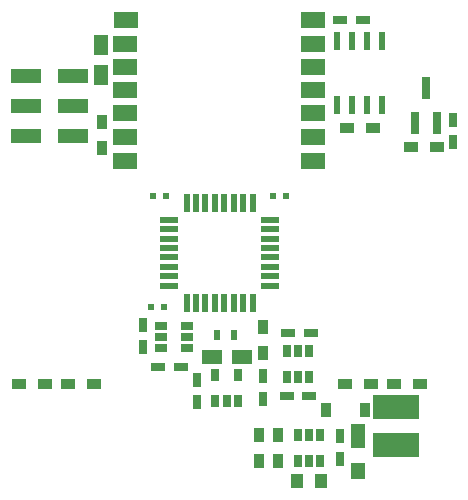
<source format=gtp>
G04 #@! TF.GenerationSoftware,KiCad,Pcbnew,no-vcs-found-6cefb68~58~ubuntu16.04.1*
G04 #@! TF.CreationDate,2017-05-09T13:19:31+03:00*
G04 #@! TF.ProjectId,livolo_2_channels_1way_eu_switch,6C69766F6C6F5F325F6368616E6E656C,rev?*
G04 #@! TF.FileFunction,Paste,Top*
G04 #@! TF.FilePolarity,Positive*
%FSLAX46Y46*%
G04 Gerber Fmt 4.6, Leading zero omitted, Abs format (unit mm)*
G04 Created by KiCad (PCBNEW no-vcs-found-6cefb68~58~ubuntu16.04.1) date Tue May  9 13:19:31 2017*
%MOMM*%
%LPD*%
G01*
G04 APERTURE LIST*
%ADD10C,0.100000*%
%ADD11R,1.000000X1.250000*%
%ADD12R,4.000000X2.000000*%
%ADD13R,1.200000X2.000000*%
%ADD14R,1.200000X1.400000*%
%ADD15R,0.900000X1.200000*%
%ADD16R,0.650000X1.060000*%
%ADD17R,2.500000X1.270000*%
%ADD18R,1.750000X1.260000*%
%ADD19R,1.200000X0.900000*%
%ADD20R,1.200000X0.750000*%
%ADD21R,0.600000X0.500000*%
%ADD22R,0.750000X1.200000*%
%ADD23R,0.550000X1.600000*%
%ADD24R,1.600000X0.550000*%
%ADD25R,1.060000X0.650000*%
%ADD26R,1.998980X1.399540*%
%ADD27R,0.600000X1.550000*%
%ADD28R,0.800000X1.900000*%
%ADD29R,0.500000X0.900000*%
%ADD30R,1.260000X1.750000*%
G04 APERTURE END LIST*
D10*
D11*
X149000000Y-111600000D03*
X151000000Y-111600000D03*
D12*
X157400000Y-105350000D03*
X157400000Y-108600000D03*
D13*
X154200000Y-107800000D03*
D14*
X154200000Y-110800000D03*
D15*
X145800000Y-107700000D03*
X145800000Y-109900000D03*
D16*
X150000000Y-109900000D03*
X150950000Y-109900000D03*
X149050000Y-109900000D03*
X149050000Y-107700000D03*
X150000000Y-107700000D03*
X150950000Y-107700000D03*
D17*
X126050000Y-82440000D03*
X126050000Y-79900000D03*
X126050000Y-77360000D03*
X130050000Y-77360000D03*
X130050000Y-79900000D03*
X130050000Y-82400000D03*
D18*
X141775000Y-101092000D03*
X144325000Y-101092000D03*
D19*
X160866000Y-83312000D03*
X158666000Y-83312000D03*
D20*
X152675000Y-72600000D03*
X154575000Y-72600000D03*
D21*
X136600000Y-96900000D03*
X137700000Y-96900000D03*
X137900000Y-87500000D03*
X136800000Y-87500000D03*
X146950000Y-87500000D03*
X148050000Y-87500000D03*
D22*
X140500000Y-104950000D03*
X140500000Y-103050000D03*
X146100000Y-104650000D03*
X146100000Y-102750000D03*
X152600000Y-109750000D03*
X152600000Y-107850000D03*
D20*
X150050000Y-104400000D03*
X148150000Y-104400000D03*
D22*
X136000000Y-100300000D03*
X136000000Y-98400000D03*
D20*
X148250000Y-99100000D03*
X150150000Y-99100000D03*
X137250000Y-102000000D03*
X139150000Y-102000000D03*
D15*
X154750000Y-105600000D03*
X151450000Y-105600000D03*
D23*
X145250000Y-96550000D03*
X144450000Y-96550000D03*
X143650000Y-96550000D03*
X142850000Y-96550000D03*
X142050000Y-96550000D03*
X141250000Y-96550000D03*
X140450000Y-96550000D03*
X139650000Y-96550000D03*
D24*
X138200000Y-95100000D03*
X138200000Y-94300000D03*
X138200000Y-93500000D03*
X138200000Y-92700000D03*
X138200000Y-91900000D03*
X138200000Y-91100000D03*
X138200000Y-90300000D03*
X138200000Y-89500000D03*
D23*
X139650000Y-88050000D03*
X140450000Y-88050000D03*
X141250000Y-88050000D03*
X142050000Y-88050000D03*
X142850000Y-88050000D03*
X143650000Y-88050000D03*
X144450000Y-88050000D03*
X145250000Y-88050000D03*
D24*
X146700000Y-89500000D03*
X146700000Y-90300000D03*
X146700000Y-91100000D03*
X146700000Y-91900000D03*
X146700000Y-92700000D03*
X146700000Y-93500000D03*
X146700000Y-94300000D03*
X146700000Y-95100000D03*
D15*
X147400000Y-109900000D03*
X147400000Y-107700000D03*
X146100000Y-100800000D03*
X146100000Y-98600000D03*
X132500000Y-81200000D03*
X132500000Y-83400000D03*
D19*
X155300000Y-103400000D03*
X153100000Y-103400000D03*
X157200000Y-103400000D03*
X159400000Y-103400000D03*
X129600000Y-103400000D03*
X131800000Y-103400000D03*
X127700000Y-103400000D03*
X125500000Y-103400000D03*
D16*
X142100000Y-102650000D03*
X144000000Y-102650000D03*
X144000000Y-104850000D03*
X143050000Y-104850000D03*
X142100000Y-104850000D03*
X149100000Y-100650000D03*
X148150000Y-100650000D03*
X150050000Y-100650000D03*
X150050000Y-102850000D03*
X149100000Y-102850000D03*
X148150000Y-102850000D03*
D25*
X137500000Y-98500000D03*
X137500000Y-99450000D03*
X137500000Y-100400000D03*
X139700000Y-100400000D03*
X139700000Y-98500000D03*
X139700000Y-99450000D03*
D26*
X134499800Y-72598780D03*
X134471860Y-74600300D03*
X134471860Y-76599280D03*
X134471860Y-78550000D03*
X134471860Y-80500720D03*
X134471860Y-82499700D03*
X134471860Y-84501220D03*
X150372260Y-84501220D03*
X150372260Y-82499700D03*
X150372260Y-80500720D03*
X150372260Y-78550000D03*
X150372260Y-76599280D03*
X150372260Y-74600300D03*
X150372260Y-72598780D03*
D22*
X162200000Y-82950000D03*
X162200000Y-81050000D03*
D19*
X153200000Y-81700000D03*
X155400000Y-81700000D03*
D27*
X152400000Y-74400000D03*
X153670000Y-74400000D03*
X154940000Y-74400000D03*
X156210000Y-74400000D03*
X156210000Y-79800000D03*
X154940000Y-79800000D03*
X153670000Y-79800000D03*
X152400000Y-79800000D03*
D28*
X159900000Y-78350000D03*
X160850000Y-81350000D03*
X158950000Y-81350000D03*
D29*
X142200000Y-99300000D03*
X143700000Y-99300000D03*
D30*
X132400000Y-77275000D03*
X132400000Y-74725000D03*
M02*

</source>
